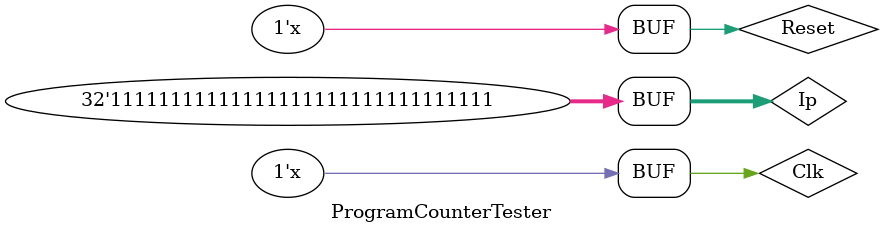
<source format=v>
`timescale 1ns / 1ps


module ProgramCounterTester;

	// Inputs
	reg [31:0] Ip;
	reg Reset;
	reg Clk;

	// Outputs
	wire [31:0] State;

	// Instantiate the Unit Under Test (UUT)
	ProgramCounter uut (
		.State(State), 
		.Ip(Ip), 
		.Reset(Reset), 
		.Clk(Clk)
	);

	initial begin
		// Initialize Inputs
		Ip = 0;
		Reset = 0;
		Clk = 0;
	
		// Wait 100 ns for global reset to finish
		#100;
      
		// Add stimulus here
		#20 Ip = ~ Ip;
		#20;
		

	end

   always #10 Clk = ~Clk;  
	always #20 Reset = ~Reset;
	
	initial begin 
	$monitor("Ip = %b, Reset = %b, Clk = %b, State = %b",Ip, Reset, Clk, State);
	end
	
      
endmodule


</source>
